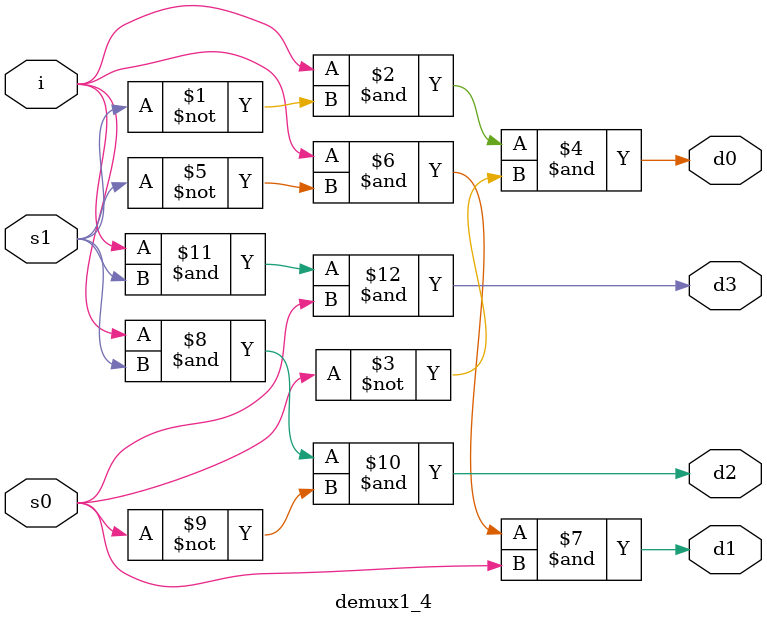
<source format=v>
module demux1_4(input i,s1,s0, output d0,d1,d2,d3);
  assign d0 = i&~s1&~s0 ;
  assign d1 = i&~s1&s0  ;
  assign d2 = i&s1&~s0  ;
  assign d3 = i&s1&s0   ;
  
endmodule

</source>
